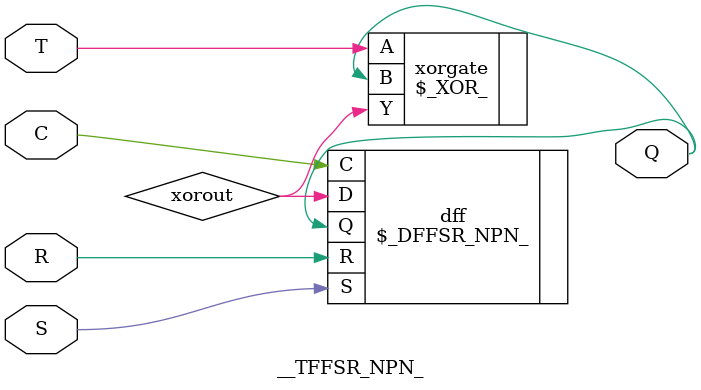
<source format=v>
module __TFFSR_NPN_ (C, S, R, T, Q);
	input C, S, R, T;
	output wire Q;
	wire xorout;
	$_XOR_ xorgate (
		.A(T),
		.B(Q),
		.Y(xorout),
	);
	$_DFFSR_NPN_ dff (
		.C(C),
		.D(xorout),
		.Q(Q),
		.S(S),
		.R(R),
	);
endmodule
</source>
